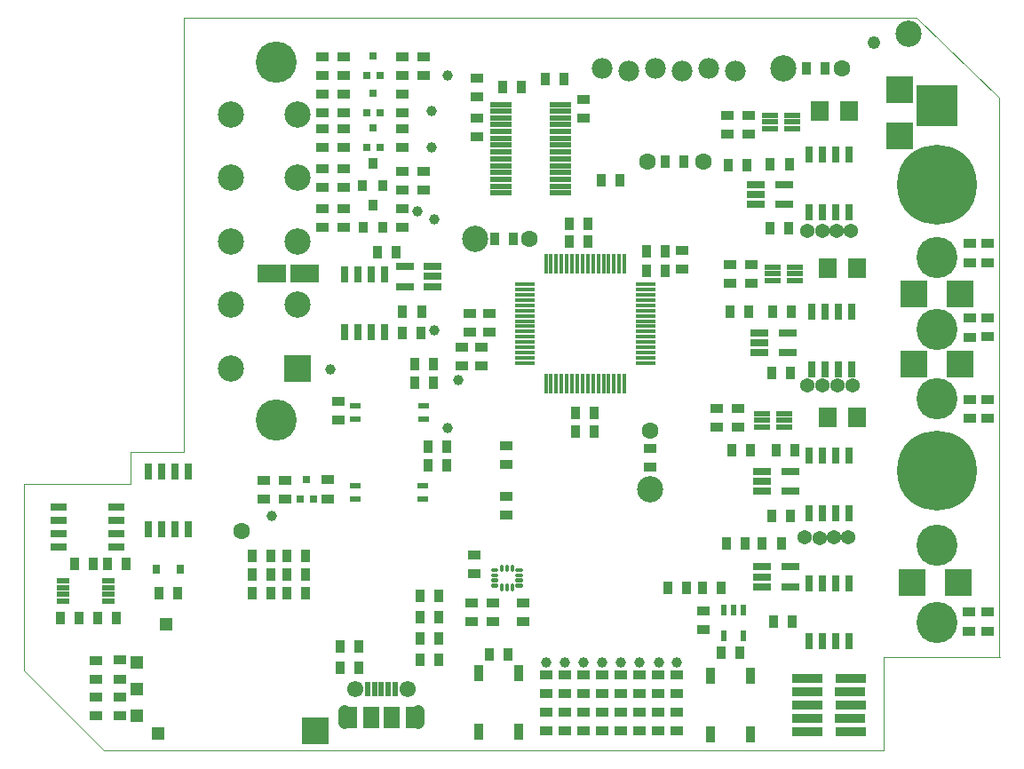
<source format=gbs>
G04 EAGLE Gerber RS-274X export*
G75*
%MOMM*%
%FSLAX34Y34*%
%LPD*%
%INBottom solder mask*%
%IPPOS*%
%AMOC8*
5,1,8,0,0,1.08239X$1,22.5*%
G01*
%ADD10C,0.000000*%
%ADD11C,7.620000*%
%ADD12R,0.711200X1.625600*%
%ADD13R,3.917600X3.917600*%
%ADD14C,3.917600*%
%ADD15C,2.901600*%
%ADD16R,0.601600X1.101600*%
%ADD17R,2.501600X2.501600*%
%ADD18C,2.501600*%
%ADD19R,1.301600X0.901600*%
%ADD20R,1.301600X0.551600*%
%ADD21R,1.625600X0.711200*%
%ADD22R,0.731600X0.931600*%
%ADD23R,1.727200X0.711200*%
%ADD24R,2.082800X0.508000*%
%ADD25C,1.981200*%
%ADD26R,1.867600X0.371600*%
%ADD27R,0.371600X1.867600*%
%ADD28R,0.863600X1.625600*%
%ADD29R,0.901600X1.301600*%
%ADD30R,0.701600X0.651600*%
%ADD31R,0.901600X1.001600*%
%ADD32R,1.101600X0.601600*%
%ADD33C,1.551600*%
%ADD34R,0.501600X1.451600*%
%ADD35R,1.601600X2.001600*%
%ADD36R,1.301600X2.001600*%
%ADD37C,1.209600*%
%ADD38R,2.898166X0.847269*%
%ADD39R,2.891612X0.843959*%
%ADD40R,2.893938X0.842956*%
%ADD41R,2.891569X0.843247*%
%ADD42R,2.898628X0.842816*%
%ADD43R,2.891072X0.842675*%
%ADD44R,2.895628X0.841128*%
%ADD45R,2.891269X0.840959*%
%ADD46R,2.897716X0.838528*%
%ADD47R,2.891069X0.838650*%
%ADD48C,0.253006*%
%ADD49R,1.574800X0.508000*%
%ADD50R,1.701600X1.901600*%
%ADD51R,2.692400X1.752600*%
%ADD52R,1.301600X1.301600*%
%ADD53C,1.601600*%
%ADD54C,1.001600*%
%ADD55C,1.226600*%
%ADD56C,2.501900*%
%ADD57R,2.501900X2.501900*%
%ADD58C,1.376600*%


D10*
X819150Y0D02*
X819150Y88900D01*
X929640Y88900D01*
X930150Y88900D01*
X929640Y622300D02*
X850900Y698500D01*
X152400Y698500D01*
X152400Y284480D01*
X101600Y284480D01*
X101600Y254000D01*
X0Y254000D01*
X0Y76200D01*
X76200Y0D01*
X929640Y88900D02*
X929640Y622300D01*
X819150Y0D02*
X76200Y0D01*
D11*
X869950Y266700D03*
X869950Y539750D03*
D12*
X305308Y453898D03*
X305308Y399034D03*
X318008Y453898D03*
X330708Y453898D03*
X318008Y399034D03*
X330708Y399034D03*
X343408Y453898D03*
X343408Y399034D03*
D13*
X869950Y614680D03*
D14*
X869950Y469900D03*
X869950Y401320D03*
X869950Y335280D03*
X869950Y195580D03*
X869950Y121920D03*
D10*
X855950Y542290D02*
X855954Y542634D01*
X855967Y542977D01*
X855988Y543320D01*
X856017Y543662D01*
X856055Y544004D01*
X856102Y544344D01*
X856156Y544683D01*
X856219Y545021D01*
X856290Y545357D01*
X856370Y545692D01*
X856457Y546024D01*
X856553Y546354D01*
X856657Y546682D01*
X856768Y547006D01*
X856888Y547329D01*
X857016Y547648D01*
X857151Y547963D01*
X857294Y548276D01*
X857445Y548585D01*
X857603Y548890D01*
X857769Y549191D01*
X857942Y549487D01*
X858122Y549780D01*
X858309Y550068D01*
X858504Y550351D01*
X858705Y550630D01*
X858913Y550903D01*
X859128Y551172D01*
X859349Y551434D01*
X859577Y551692D01*
X859811Y551944D01*
X860051Y552189D01*
X860296Y552429D01*
X860548Y552663D01*
X860806Y552891D01*
X861068Y553112D01*
X861337Y553327D01*
X861610Y553535D01*
X861889Y553736D01*
X862172Y553931D01*
X862460Y554118D01*
X862753Y554298D01*
X863049Y554471D01*
X863350Y554637D01*
X863655Y554795D01*
X863964Y554946D01*
X864277Y555089D01*
X864592Y555224D01*
X864911Y555352D01*
X865234Y555472D01*
X865558Y555583D01*
X865886Y555687D01*
X866216Y555783D01*
X866548Y555870D01*
X866883Y555950D01*
X867219Y556021D01*
X867557Y556084D01*
X867896Y556138D01*
X868236Y556185D01*
X868578Y556223D01*
X868920Y556252D01*
X869263Y556273D01*
X869606Y556286D01*
X869950Y556290D01*
X870294Y556286D01*
X870637Y556273D01*
X870980Y556252D01*
X871322Y556223D01*
X871664Y556185D01*
X872004Y556138D01*
X872343Y556084D01*
X872681Y556021D01*
X873017Y555950D01*
X873352Y555870D01*
X873684Y555783D01*
X874014Y555687D01*
X874342Y555583D01*
X874666Y555472D01*
X874989Y555352D01*
X875308Y555224D01*
X875623Y555089D01*
X875936Y554946D01*
X876245Y554795D01*
X876550Y554637D01*
X876851Y554471D01*
X877147Y554298D01*
X877440Y554118D01*
X877728Y553931D01*
X878011Y553736D01*
X878290Y553535D01*
X878563Y553327D01*
X878832Y553112D01*
X879094Y552891D01*
X879352Y552663D01*
X879604Y552429D01*
X879849Y552189D01*
X880089Y551944D01*
X880323Y551692D01*
X880551Y551434D01*
X880772Y551172D01*
X880987Y550903D01*
X881195Y550630D01*
X881396Y550351D01*
X881591Y550068D01*
X881778Y549780D01*
X881958Y549487D01*
X882131Y549191D01*
X882297Y548890D01*
X882455Y548585D01*
X882606Y548276D01*
X882749Y547963D01*
X882884Y547648D01*
X883012Y547329D01*
X883132Y547006D01*
X883243Y546682D01*
X883347Y546354D01*
X883443Y546024D01*
X883530Y545692D01*
X883610Y545357D01*
X883681Y545021D01*
X883744Y544683D01*
X883798Y544344D01*
X883845Y544004D01*
X883883Y543662D01*
X883912Y543320D01*
X883933Y542977D01*
X883946Y542634D01*
X883950Y542290D01*
X883946Y541946D01*
X883933Y541603D01*
X883912Y541260D01*
X883883Y540918D01*
X883845Y540576D01*
X883798Y540236D01*
X883744Y539897D01*
X883681Y539559D01*
X883610Y539223D01*
X883530Y538888D01*
X883443Y538556D01*
X883347Y538226D01*
X883243Y537898D01*
X883132Y537574D01*
X883012Y537251D01*
X882884Y536932D01*
X882749Y536617D01*
X882606Y536304D01*
X882455Y535995D01*
X882297Y535690D01*
X882131Y535389D01*
X881958Y535093D01*
X881778Y534800D01*
X881591Y534512D01*
X881396Y534229D01*
X881195Y533950D01*
X880987Y533677D01*
X880772Y533408D01*
X880551Y533146D01*
X880323Y532888D01*
X880089Y532636D01*
X879849Y532391D01*
X879604Y532151D01*
X879352Y531917D01*
X879094Y531689D01*
X878832Y531468D01*
X878563Y531253D01*
X878290Y531045D01*
X878011Y530844D01*
X877728Y530649D01*
X877440Y530462D01*
X877147Y530282D01*
X876851Y530109D01*
X876550Y529943D01*
X876245Y529785D01*
X875936Y529634D01*
X875623Y529491D01*
X875308Y529356D01*
X874989Y529228D01*
X874666Y529108D01*
X874342Y528997D01*
X874014Y528893D01*
X873684Y528797D01*
X873352Y528710D01*
X873017Y528630D01*
X872681Y528559D01*
X872343Y528496D01*
X872004Y528442D01*
X871664Y528395D01*
X871322Y528357D01*
X870980Y528328D01*
X870637Y528307D01*
X870294Y528294D01*
X869950Y528290D01*
X869606Y528294D01*
X869263Y528307D01*
X868920Y528328D01*
X868578Y528357D01*
X868236Y528395D01*
X867896Y528442D01*
X867557Y528496D01*
X867219Y528559D01*
X866883Y528630D01*
X866548Y528710D01*
X866216Y528797D01*
X865886Y528893D01*
X865558Y528997D01*
X865234Y529108D01*
X864911Y529228D01*
X864592Y529356D01*
X864277Y529491D01*
X863964Y529634D01*
X863655Y529785D01*
X863350Y529943D01*
X863049Y530109D01*
X862753Y530282D01*
X862460Y530462D01*
X862172Y530649D01*
X861889Y530844D01*
X861610Y531045D01*
X861337Y531253D01*
X861068Y531468D01*
X860806Y531689D01*
X860548Y531917D01*
X860296Y532151D01*
X860051Y532391D01*
X859811Y532636D01*
X859577Y532888D01*
X859349Y533146D01*
X859128Y533408D01*
X858913Y533677D01*
X858705Y533950D01*
X858504Y534229D01*
X858309Y534512D01*
X858122Y534800D01*
X857942Y535093D01*
X857769Y535389D01*
X857603Y535690D01*
X857445Y535995D01*
X857294Y536304D01*
X857151Y536617D01*
X857016Y536932D01*
X856888Y537251D01*
X856768Y537574D01*
X856657Y537898D01*
X856553Y538226D01*
X856457Y538556D01*
X856370Y538888D01*
X856290Y539223D01*
X856219Y539559D01*
X856156Y539897D01*
X856102Y540236D01*
X856055Y540576D01*
X856017Y540918D01*
X855988Y541260D01*
X855967Y541603D01*
X855954Y541946D01*
X855950Y542290D01*
D15*
X869950Y542290D03*
D10*
X855950Y265430D02*
X855954Y265774D01*
X855967Y266117D01*
X855988Y266460D01*
X856017Y266802D01*
X856055Y267144D01*
X856102Y267484D01*
X856156Y267823D01*
X856219Y268161D01*
X856290Y268497D01*
X856370Y268832D01*
X856457Y269164D01*
X856553Y269494D01*
X856657Y269822D01*
X856768Y270146D01*
X856888Y270469D01*
X857016Y270788D01*
X857151Y271103D01*
X857294Y271416D01*
X857445Y271725D01*
X857603Y272030D01*
X857769Y272331D01*
X857942Y272627D01*
X858122Y272920D01*
X858309Y273208D01*
X858504Y273491D01*
X858705Y273770D01*
X858913Y274043D01*
X859128Y274312D01*
X859349Y274574D01*
X859577Y274832D01*
X859811Y275084D01*
X860051Y275329D01*
X860296Y275569D01*
X860548Y275803D01*
X860806Y276031D01*
X861068Y276252D01*
X861337Y276467D01*
X861610Y276675D01*
X861889Y276876D01*
X862172Y277071D01*
X862460Y277258D01*
X862753Y277438D01*
X863049Y277611D01*
X863350Y277777D01*
X863655Y277935D01*
X863964Y278086D01*
X864277Y278229D01*
X864592Y278364D01*
X864911Y278492D01*
X865234Y278612D01*
X865558Y278723D01*
X865886Y278827D01*
X866216Y278923D01*
X866548Y279010D01*
X866883Y279090D01*
X867219Y279161D01*
X867557Y279224D01*
X867896Y279278D01*
X868236Y279325D01*
X868578Y279363D01*
X868920Y279392D01*
X869263Y279413D01*
X869606Y279426D01*
X869950Y279430D01*
X870294Y279426D01*
X870637Y279413D01*
X870980Y279392D01*
X871322Y279363D01*
X871664Y279325D01*
X872004Y279278D01*
X872343Y279224D01*
X872681Y279161D01*
X873017Y279090D01*
X873352Y279010D01*
X873684Y278923D01*
X874014Y278827D01*
X874342Y278723D01*
X874666Y278612D01*
X874989Y278492D01*
X875308Y278364D01*
X875623Y278229D01*
X875936Y278086D01*
X876245Y277935D01*
X876550Y277777D01*
X876851Y277611D01*
X877147Y277438D01*
X877440Y277258D01*
X877728Y277071D01*
X878011Y276876D01*
X878290Y276675D01*
X878563Y276467D01*
X878832Y276252D01*
X879094Y276031D01*
X879352Y275803D01*
X879604Y275569D01*
X879849Y275329D01*
X880089Y275084D01*
X880323Y274832D01*
X880551Y274574D01*
X880772Y274312D01*
X880987Y274043D01*
X881195Y273770D01*
X881396Y273491D01*
X881591Y273208D01*
X881778Y272920D01*
X881958Y272627D01*
X882131Y272331D01*
X882297Y272030D01*
X882455Y271725D01*
X882606Y271416D01*
X882749Y271103D01*
X882884Y270788D01*
X883012Y270469D01*
X883132Y270146D01*
X883243Y269822D01*
X883347Y269494D01*
X883443Y269164D01*
X883530Y268832D01*
X883610Y268497D01*
X883681Y268161D01*
X883744Y267823D01*
X883798Y267484D01*
X883845Y267144D01*
X883883Y266802D01*
X883912Y266460D01*
X883933Y266117D01*
X883946Y265774D01*
X883950Y265430D01*
X883946Y265086D01*
X883933Y264743D01*
X883912Y264400D01*
X883883Y264058D01*
X883845Y263716D01*
X883798Y263376D01*
X883744Y263037D01*
X883681Y262699D01*
X883610Y262363D01*
X883530Y262028D01*
X883443Y261696D01*
X883347Y261366D01*
X883243Y261038D01*
X883132Y260714D01*
X883012Y260391D01*
X882884Y260072D01*
X882749Y259757D01*
X882606Y259444D01*
X882455Y259135D01*
X882297Y258830D01*
X882131Y258529D01*
X881958Y258233D01*
X881778Y257940D01*
X881591Y257652D01*
X881396Y257369D01*
X881195Y257090D01*
X880987Y256817D01*
X880772Y256548D01*
X880551Y256286D01*
X880323Y256028D01*
X880089Y255776D01*
X879849Y255531D01*
X879604Y255291D01*
X879352Y255057D01*
X879094Y254829D01*
X878832Y254608D01*
X878563Y254393D01*
X878290Y254185D01*
X878011Y253984D01*
X877728Y253789D01*
X877440Y253602D01*
X877147Y253422D01*
X876851Y253249D01*
X876550Y253083D01*
X876245Y252925D01*
X875936Y252774D01*
X875623Y252631D01*
X875308Y252496D01*
X874989Y252368D01*
X874666Y252248D01*
X874342Y252137D01*
X874014Y252033D01*
X873684Y251937D01*
X873352Y251850D01*
X873017Y251770D01*
X872681Y251699D01*
X872343Y251636D01*
X872004Y251582D01*
X871664Y251535D01*
X871322Y251497D01*
X870980Y251468D01*
X870637Y251447D01*
X870294Y251434D01*
X869950Y251430D01*
X869606Y251434D01*
X869263Y251447D01*
X868920Y251468D01*
X868578Y251497D01*
X868236Y251535D01*
X867896Y251582D01*
X867557Y251636D01*
X867219Y251699D01*
X866883Y251770D01*
X866548Y251850D01*
X866216Y251937D01*
X865886Y252033D01*
X865558Y252137D01*
X865234Y252248D01*
X864911Y252368D01*
X864592Y252496D01*
X864277Y252631D01*
X863964Y252774D01*
X863655Y252925D01*
X863350Y253083D01*
X863049Y253249D01*
X862753Y253422D01*
X862460Y253602D01*
X862172Y253789D01*
X861889Y253984D01*
X861610Y254185D01*
X861337Y254393D01*
X861068Y254608D01*
X860806Y254829D01*
X860548Y255057D01*
X860296Y255291D01*
X860051Y255531D01*
X859811Y255776D01*
X859577Y256028D01*
X859349Y256286D01*
X859128Y256548D01*
X858913Y256817D01*
X858705Y257090D01*
X858504Y257369D01*
X858309Y257652D01*
X858122Y257940D01*
X857942Y258233D01*
X857769Y258529D01*
X857603Y258830D01*
X857445Y259135D01*
X857294Y259444D01*
X857151Y259757D01*
X857016Y260072D01*
X856888Y260391D01*
X856768Y260714D01*
X856657Y261038D01*
X856553Y261366D01*
X856457Y261696D01*
X856370Y262028D01*
X856290Y262363D01*
X856219Y262699D01*
X856156Y263037D01*
X856102Y263376D01*
X856055Y263716D01*
X856017Y264058D01*
X855988Y264400D01*
X855967Y264743D01*
X855954Y265086D01*
X855950Y265430D01*
D15*
X869950Y265430D03*
D16*
X666394Y133666D03*
X675894Y133666D03*
X685394Y133666D03*
X685394Y109666D03*
X666394Y109666D03*
D17*
X260350Y364744D03*
D18*
X260350Y425196D03*
X260350Y485648D03*
X260350Y546100D03*
X260350Y606552D03*
X196850Y606552D03*
X196850Y546100D03*
X196850Y485648D03*
X196850Y425196D03*
X196850Y364744D03*
D14*
X239776Y656336D03*
X240284Y314960D03*
D19*
X918251Y316778D03*
X918251Y334778D03*
X918499Y394564D03*
X918499Y412564D03*
X918494Y465468D03*
X918494Y483468D03*
X918263Y114089D03*
X918263Y132089D03*
D20*
X80170Y162150D03*
X80170Y155650D03*
X80170Y149150D03*
X80170Y142650D03*
X36670Y142650D03*
X36670Y149150D03*
X36670Y155650D03*
X36670Y162150D03*
D12*
X156210Y211328D03*
X156210Y266192D03*
X143510Y211328D03*
X130810Y211328D03*
X143510Y266192D03*
X130810Y266192D03*
X118110Y211328D03*
X118110Y266192D03*
D21*
X87832Y232484D03*
X32968Y232484D03*
X87832Y219784D03*
X87832Y207084D03*
X32968Y219784D03*
X32968Y207084D03*
X87832Y194384D03*
X32968Y194384D03*
D22*
X125660Y172720D03*
X148660Y172720D03*
D23*
X697642Y520718D03*
X697642Y530218D03*
X697642Y539718D03*
X724566Y539718D03*
X724566Y520718D03*
X700606Y379617D03*
X700606Y389117D03*
X700606Y398617D03*
X727530Y398617D03*
X727530Y379617D03*
X703198Y247488D03*
X703198Y256988D03*
X703198Y266488D03*
X730122Y266488D03*
X730122Y247488D03*
X703143Y156180D03*
X703143Y165680D03*
X703143Y175180D03*
X730067Y175180D03*
X730067Y156180D03*
D24*
X511302Y616204D03*
X511302Y609854D03*
X511302Y603250D03*
X511302Y596900D03*
X511302Y590296D03*
X511302Y583692D03*
X511302Y577342D03*
X511302Y570738D03*
X511302Y564388D03*
X511302Y557784D03*
X511302Y551180D03*
X511302Y544830D03*
X511302Y538226D03*
X511302Y531876D03*
X453898Y531876D03*
X453898Y538226D03*
X453898Y544830D03*
X453898Y551180D03*
X453898Y557784D03*
X453898Y564388D03*
X453898Y570738D03*
X453898Y577342D03*
X453898Y583692D03*
X453898Y590296D03*
X453898Y596900D03*
X453898Y603250D03*
X453898Y609854D03*
X453898Y616204D03*
D17*
X890680Y160020D03*
X846680Y160020D03*
X891941Y368474D03*
X847941Y368474D03*
X891861Y435639D03*
X847861Y435639D03*
X834019Y630297D03*
X834019Y586297D03*
D25*
X678180Y647700D03*
X652780Y650240D03*
X627380Y647700D03*
X601980Y650240D03*
X576580Y647700D03*
X551180Y650240D03*
D26*
X477072Y369644D03*
X477072Y374644D03*
X477072Y379644D03*
X477072Y384644D03*
X477072Y389644D03*
X477072Y394644D03*
X477072Y399644D03*
X477072Y404644D03*
X477072Y409644D03*
X477072Y414644D03*
X477072Y419644D03*
X477072Y424644D03*
X477072Y429644D03*
X477072Y434644D03*
X477072Y439644D03*
X477072Y444644D03*
D27*
X497080Y464652D03*
X502080Y464652D03*
X507080Y464652D03*
X512080Y464652D03*
X517080Y464652D03*
X522080Y464652D03*
X527080Y464652D03*
X532080Y464652D03*
X537080Y464652D03*
X542080Y464652D03*
X547080Y464652D03*
X552080Y464652D03*
X557080Y464652D03*
X562080Y464652D03*
X567080Y464652D03*
X572080Y464652D03*
D26*
X592088Y444644D03*
X592088Y439644D03*
X592088Y434644D03*
X592088Y429644D03*
X592088Y424644D03*
X592088Y419644D03*
X592088Y414644D03*
X592088Y409644D03*
X592088Y404644D03*
X592088Y399644D03*
X592088Y394644D03*
X592088Y389644D03*
X592088Y384644D03*
X592088Y379644D03*
X592088Y374644D03*
X592088Y369644D03*
D27*
X572080Y349636D03*
X567080Y349636D03*
X562080Y349636D03*
X557080Y349636D03*
X552080Y349636D03*
X547080Y349636D03*
X542080Y349636D03*
X537080Y349636D03*
X532080Y349636D03*
X527080Y349636D03*
X522080Y349636D03*
X517080Y349636D03*
X512080Y349636D03*
X507080Y349636D03*
X502080Y349636D03*
X497080Y349636D03*
D28*
X471170Y17780D03*
X471170Y73660D03*
X433070Y17780D03*
X433070Y73660D03*
D19*
X425037Y398987D03*
X425037Y416987D03*
X443576Y398962D03*
X443576Y416962D03*
D29*
X519265Y502675D03*
X537265Y502675D03*
X611288Y475873D03*
X593288Y475873D03*
X524962Y304619D03*
X542962Y304619D03*
X519315Y485466D03*
X537315Y485466D03*
X611288Y457222D03*
X593288Y457222D03*
X525053Y321947D03*
X543053Y321947D03*
D19*
X435798Y366776D03*
X435798Y384776D03*
X416943Y366643D03*
X416943Y384643D03*
D29*
X395080Y86360D03*
X377080Y86360D03*
X377080Y106680D03*
X395080Y106680D03*
X395080Y147320D03*
X377080Y147320D03*
D19*
X284480Y593200D03*
X284480Y575200D03*
X304800Y593200D03*
X304800Y575200D03*
D30*
X339240Y574950D03*
X326240Y574950D03*
X332740Y593450D03*
D19*
X360680Y593200D03*
X360680Y575200D03*
D29*
X455820Y632460D03*
X473820Y632460D03*
X514460Y640080D03*
X496460Y640080D03*
D19*
X431800Y603360D03*
X431800Y585360D03*
X431800Y623460D03*
X431800Y641460D03*
X533400Y603140D03*
X533400Y621140D03*
X284480Y626220D03*
X284480Y608220D03*
X304800Y626220D03*
X304800Y608220D03*
X360680Y626220D03*
X360680Y608220D03*
D30*
X339240Y607970D03*
X326240Y607970D03*
X332740Y626470D03*
D19*
X284480Y661780D03*
X284480Y643780D03*
X304800Y661780D03*
X304800Y643780D03*
D30*
X339240Y643530D03*
X326240Y643530D03*
X332740Y662030D03*
D19*
X360680Y643780D03*
X360680Y661780D03*
X381000Y643780D03*
X381000Y661780D03*
X360680Y534560D03*
X360680Y552560D03*
X304800Y555100D03*
X304800Y537100D03*
X284480Y555100D03*
X284480Y537100D03*
X360680Y499000D03*
X360680Y517000D03*
X304800Y517000D03*
X304800Y499000D03*
X284480Y517000D03*
X284480Y499000D03*
D31*
X341906Y498845D03*
X322906Y498845D03*
X332406Y519845D03*
X341438Y539140D03*
X322438Y539140D03*
X331938Y560140D03*
D32*
X315057Y239988D03*
X315057Y252688D03*
X379857Y252688D03*
X379857Y239988D03*
D19*
X299720Y315437D03*
X299720Y333437D03*
X248920Y257920D03*
X248920Y239920D03*
X228600Y239920D03*
X228600Y257920D03*
D30*
X275740Y239670D03*
X262740Y239670D03*
X269240Y258170D03*
D19*
X289482Y240230D03*
X289482Y258230D03*
D29*
X390000Y368300D03*
X372000Y368300D03*
X402700Y289560D03*
X384700Y289560D03*
X390000Y350520D03*
X372000Y350520D03*
X402700Y271780D03*
X384700Y271780D03*
D19*
X459740Y290940D03*
X459740Y272940D03*
X459740Y224680D03*
X459740Y242680D03*
X627385Y477255D03*
X627385Y459255D03*
D29*
X461120Y91440D03*
X443120Y91440D03*
X713533Y418673D03*
X731533Y418673D03*
X716615Y286102D03*
X734615Y286102D03*
X703508Y197821D03*
X721508Y197821D03*
X711174Y558786D03*
X729174Y558786D03*
X670699Y558356D03*
X688699Y558356D03*
X672894Y418685D03*
X690894Y418685D03*
X674238Y286339D03*
X692238Y286339D03*
X668957Y197951D03*
X686957Y197951D03*
X712476Y223512D03*
X730476Y223512D03*
X713772Y123048D03*
X731772Y123048D03*
X712479Y360438D03*
X730479Y360438D03*
X710825Y498125D03*
X728825Y498125D03*
D19*
X900314Y114096D03*
X900314Y132096D03*
X901094Y316892D03*
X901094Y334892D03*
X901163Y394317D03*
X901163Y412317D03*
X901165Y465483D03*
X901165Y483483D03*
D29*
X378492Y418634D03*
X360492Y418634D03*
X378245Y398160D03*
X360245Y398160D03*
X300880Y99060D03*
X318880Y99060D03*
D19*
X622300Y54500D03*
X622300Y72500D03*
X604520Y54500D03*
X604520Y72500D03*
X586740Y54500D03*
X586740Y72500D03*
X568960Y54500D03*
X568960Y72500D03*
X551180Y54500D03*
X551180Y72500D03*
X533400Y54500D03*
X533400Y72500D03*
X515620Y54500D03*
X515620Y72500D03*
X497840Y54500D03*
X497840Y72500D03*
D29*
X646320Y154940D03*
X664320Y154940D03*
X300880Y78740D03*
X318880Y78740D03*
D19*
X604520Y36940D03*
X604520Y18940D03*
X586740Y36940D03*
X586740Y18940D03*
X568960Y36940D03*
X568960Y18940D03*
X551180Y36940D03*
X551180Y18940D03*
X533400Y36940D03*
X533400Y18940D03*
X515620Y36940D03*
X515620Y18940D03*
D29*
X235060Y149860D03*
X217060Y149860D03*
X631300Y154940D03*
X613300Y154940D03*
X250080Y149860D03*
X268080Y149860D03*
X250080Y185420D03*
X268080Y185420D03*
X250080Y167640D03*
X268080Y167640D03*
X235060Y185420D03*
X217060Y185420D03*
X235060Y167640D03*
X217060Y167640D03*
X664220Y93222D03*
X682220Y93222D03*
X610760Y561340D03*
X628760Y561340D03*
X763380Y650240D03*
X745380Y650240D03*
X466200Y487680D03*
X448200Y487680D03*
D19*
X596900Y288400D03*
X596900Y270400D03*
X381000Y534560D03*
X381000Y552560D03*
X91199Y33134D03*
X91199Y51134D03*
X68500Y33134D03*
X68500Y51134D03*
X68464Y86243D03*
X68464Y68243D03*
X91208Y86358D03*
X91208Y68358D03*
D29*
X96968Y177753D03*
X78968Y177753D03*
X51948Y126537D03*
X33948Y126537D03*
X87955Y126464D03*
X69955Y126464D03*
X146160Y149860D03*
X128160Y149860D03*
X395080Y127000D03*
X377080Y127000D03*
D33*
X365360Y59060D03*
X315360Y59060D03*
D34*
X353360Y59060D03*
X346860Y59060D03*
X340360Y59060D03*
X333860Y59060D03*
X327360Y59060D03*
D35*
X350360Y32060D03*
X330360Y32060D03*
D36*
X369360Y32060D03*
X311360Y32060D03*
D37*
X375360Y26520D02*
X375360Y37600D01*
X305360Y37600D02*
X305360Y26520D01*
D29*
X66036Y177801D03*
X48036Y177801D03*
D23*
X389382Y461620D03*
X389382Y452120D03*
X389382Y442620D03*
X362458Y442620D03*
X362458Y461620D03*
D38*
X787431Y68606D03*
D39*
X746758Y68590D03*
D40*
X787410Y55885D03*
D41*
X746758Y55886D03*
D42*
X787433Y43184D03*
D43*
X746755Y43183D03*
D44*
X787418Y30476D03*
D45*
X746756Y30475D03*
D46*
X787429Y17763D03*
D47*
X746755Y17763D03*
D19*
X647700Y115460D03*
X647700Y133460D03*
D29*
X336440Y474980D03*
X354440Y474980D03*
D48*
X469047Y173343D02*
X473633Y173343D01*
X473633Y171857D01*
X469047Y171857D01*
X469047Y173343D01*
X469047Y168343D02*
X473633Y168343D01*
X473633Y166857D01*
X469047Y166857D01*
X469047Y168343D01*
X469047Y163343D02*
X473633Y163343D01*
X473633Y161857D01*
X469047Y161857D01*
X469047Y163343D01*
X469047Y158343D02*
X473633Y158343D01*
X473633Y156857D01*
X469047Y156857D01*
X469047Y158343D01*
X465483Y158293D02*
X465483Y153707D01*
X463997Y153707D01*
X463997Y158293D01*
X465483Y158293D01*
X465483Y156110D02*
X463997Y156110D01*
X460483Y158293D02*
X460483Y153707D01*
X458997Y153707D01*
X458997Y158293D01*
X460483Y158293D01*
X460483Y156110D02*
X458997Y156110D01*
X455483Y158293D02*
X455483Y153707D01*
X453997Y153707D01*
X453997Y158293D01*
X455483Y158293D01*
X455483Y156110D02*
X453997Y156110D01*
X450433Y156857D02*
X445847Y156857D01*
X445847Y158343D01*
X450433Y158343D01*
X450433Y156857D01*
X450433Y161857D02*
X445847Y161857D01*
X445847Y163343D01*
X450433Y163343D01*
X450433Y161857D01*
X450433Y166857D02*
X445847Y166857D01*
X445847Y168343D01*
X450433Y168343D01*
X450433Y166857D01*
X450433Y171857D02*
X445847Y171857D01*
X445847Y173343D01*
X450433Y173343D01*
X450433Y171857D01*
X453997Y171907D02*
X453997Y176493D01*
X455483Y176493D01*
X455483Y171907D01*
X453997Y171907D01*
X453997Y174310D02*
X455483Y174310D01*
X458997Y176493D02*
X458997Y171907D01*
X458997Y176493D02*
X460483Y176493D01*
X460483Y171907D01*
X458997Y171907D01*
X458997Y174310D02*
X460483Y174310D01*
X463997Y176493D02*
X463997Y171907D01*
X463997Y176493D02*
X465483Y176493D01*
X465483Y171907D01*
X463997Y171907D01*
X463997Y174310D02*
X465483Y174310D01*
D19*
X429260Y186800D03*
X429260Y168800D03*
X475139Y141137D03*
X475139Y123137D03*
X447040Y141080D03*
X447040Y123080D03*
X426720Y141080D03*
X426720Y123080D03*
D12*
X748030Y281432D03*
X748030Y226568D03*
X760730Y281432D03*
X773430Y281432D03*
X760730Y226568D03*
X773430Y226568D03*
X786130Y281432D03*
X786130Y226568D03*
X750570Y418592D03*
X750570Y363728D03*
X763270Y418592D03*
X775970Y418592D03*
X763270Y363728D03*
X775970Y363728D03*
X788670Y418592D03*
X788670Y363728D03*
X748030Y568452D03*
X748030Y513588D03*
X760730Y568452D03*
X773430Y568452D03*
X760730Y513588D03*
X773430Y513588D03*
X786130Y568452D03*
X786130Y513588D03*
X748030Y159512D03*
X748030Y104648D03*
X760730Y159512D03*
X773430Y159512D03*
X760730Y104648D03*
X773430Y104648D03*
X786130Y159512D03*
X786130Y104648D03*
D49*
X703453Y308460D03*
X703453Y314960D03*
X703453Y321460D03*
X724027Y321460D03*
X724027Y314960D03*
X724027Y308460D03*
D50*
X793780Y317500D03*
X765780Y317500D03*
X793780Y459740D03*
X765780Y459740D03*
X786160Y609600D03*
X758160Y609600D03*
D19*
X693420Y445660D03*
X693420Y463660D03*
X690880Y587900D03*
X690880Y605900D03*
X680720Y308500D03*
X680720Y326500D03*
X670560Y587900D03*
X670560Y605900D03*
X673100Y445660D03*
X673100Y463660D03*
X660400Y308500D03*
X660400Y326500D03*
D51*
X235458Y454660D03*
X267462Y454660D03*
D32*
X315580Y316230D03*
X315580Y328930D03*
X380380Y328930D03*
X380380Y316230D03*
D49*
X713613Y448160D03*
X713613Y454660D03*
X713613Y461160D03*
X734187Y461160D03*
X734187Y454660D03*
X734187Y448160D03*
X711073Y592940D03*
X711073Y599440D03*
X711073Y605940D03*
X731647Y605940D03*
X731647Y599440D03*
X731647Y592940D03*
D28*
X654050Y71120D03*
X654050Y15240D03*
X692150Y71120D03*
X692150Y15240D03*
D29*
X549800Y543560D03*
X567800Y543560D03*
D19*
X622300Y36940D03*
X622300Y18940D03*
X497840Y36940D03*
X497840Y18940D03*
D52*
X106738Y33113D03*
D53*
X779780Y650240D03*
X596900Y304800D03*
X594360Y561340D03*
X481172Y487819D03*
D54*
X375091Y514655D03*
X391160Y506561D03*
X391160Y400558D03*
X387855Y575355D03*
X403401Y643793D03*
X414020Y353060D03*
D55*
X809554Y675153D03*
D52*
X107160Y83828D03*
D56*
X843280Y683260D03*
D53*
X207424Y209622D03*
D54*
X292100Y363220D03*
D52*
X106754Y58398D03*
D57*
X277647Y19271D03*
D52*
X135407Y120871D03*
D56*
X723900Y650240D03*
X596900Y248920D03*
D53*
X647700Y561340D03*
D56*
X429721Y487670D03*
D52*
X127787Y16731D03*
D58*
X744220Y203200D03*
X758017Y203052D03*
X771807Y203172D03*
X785655Y203271D03*
X746760Y347980D03*
X760713Y347980D03*
X774782Y347980D03*
X789940Y347980D03*
X746760Y495300D03*
X760868Y495300D03*
X774189Y495300D03*
X788246Y495300D03*
D54*
X388620Y609600D03*
X236220Y223520D03*
X403860Y307340D03*
X622300Y83820D03*
X604837Y84253D03*
X586740Y83820D03*
X568960Y83820D03*
X551180Y83820D03*
X533400Y83820D03*
X515620Y83820D03*
X497840Y83820D03*
M02*

</source>
